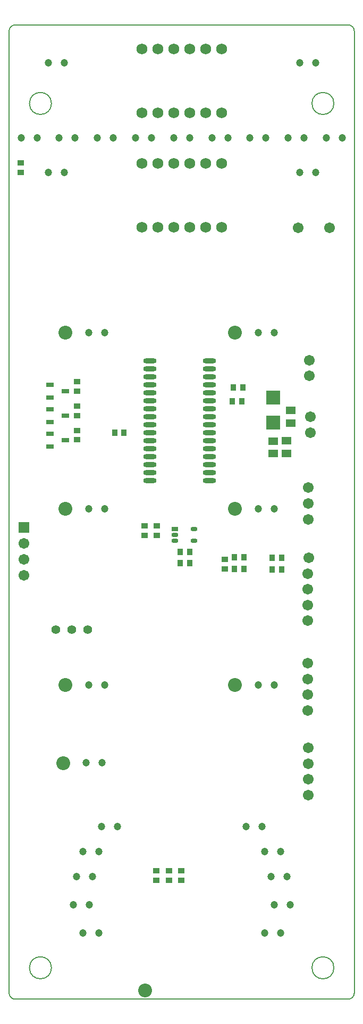
<source format=gts>
%FSLAX25Y25*%
%MOIN*%
G70*
G01*
G75*
G04 Layer_Color=8388736*
%ADD10R,0.07874X0.07874*%
%ADD11R,0.02756X0.03347*%
%ADD12R,0.03347X0.02756*%
%ADD13R,0.03937X0.02362*%
%ADD14O,0.07480X0.02362*%
%ADD15O,0.03543X0.01969*%
%ADD16O,0.03543X0.01969*%
%ADD17R,0.03543X0.01969*%
%ADD18R,0.05118X0.03937*%
%ADD19C,0.04000*%
%ADD20C,0.01200*%
%ADD21C,0.01000*%
%ADD22C,0.01500*%
%ADD23C,0.03000*%
%ADD24C,0.02000*%
%ADD25C,0.05000*%
%ADD26C,0.00800*%
%ADD27C,0.00500*%
%ADD28C,0.07874*%
%ADD29C,0.03937*%
%ADD30C,0.05906*%
%ADD31C,0.06000*%
%ADD32C,0.04724*%
%ADD33R,0.05906X0.05906*%
%ADD34C,0.03000*%
%ADD35C,0.02000*%
%ADD36C,0.04000*%
%ADD37O,0.06693X0.02165*%
%ADD38O,0.02165X0.06693*%
%ADD39R,0.03000X0.06000*%
%ADD40R,0.03937X0.05118*%
%ADD41C,0.00984*%
%ADD42C,0.02362*%
%ADD43C,0.00787*%
%ADD44C,0.00500*%
%ADD45R,0.08674X0.08674*%
%ADD46R,0.03556X0.04147*%
%ADD47R,0.04147X0.03556*%
%ADD48R,0.04737X0.03162*%
%ADD49O,0.08280X0.03162*%
%ADD50O,0.04343X0.02769*%
%ADD51O,0.04343X0.02769*%
%ADD52R,0.04343X0.02769*%
%ADD53R,0.05918X0.04737*%
%ADD54C,0.08674*%
%ADD55C,0.04737*%
%ADD56C,0.06706*%
%ADD57C,0.06800*%
%ADD58C,0.05524*%
%ADD59R,0.06706X0.06706*%
D27*
X212598Y-610236D02*
G03*
X216535Y-606299I0J3937D01*
G01*
X0D02*
G03*
X3937Y-610236I3937J0D01*
G01*
X216535Y-3937D02*
G03*
X212598Y0I-3937J0D01*
G01*
X3937D02*
G03*
X0Y-3937I0J-3937D01*
G01*
X203740Y-590551D02*
G03*
X203740Y-590551I-6890J0D01*
G01*
X26575D02*
G03*
X26575Y-590551I-6890J0D01*
G01*
X203740Y-49213D02*
G03*
X203740Y-49213I-6890J0D01*
G01*
X26575D02*
G03*
X26575Y-49213I-6890J0D01*
G01*
X3937Y0D02*
X212500D01*
X0Y-606299D02*
Y-3937D01*
X216535Y-606265D02*
Y-4035D01*
X3937Y-610236D02*
X212564D01*
D45*
X165600Y-233400D02*
D03*
Y-249148D02*
D03*
D46*
X146006Y-235600D02*
D03*
X140100D02*
D03*
X141400Y-340835D02*
D03*
X147306D02*
D03*
X147300Y-333300D02*
D03*
X141394D02*
D03*
X165100Y-341000D02*
D03*
X171006D02*
D03*
X171000Y-333800D02*
D03*
X165094D02*
D03*
X146506Y-227100D02*
D03*
X140600D02*
D03*
X66194Y-255500D02*
D03*
X72100D02*
D03*
X113206Y-330200D02*
D03*
X107300D02*
D03*
X107294Y-337000D02*
D03*
X113200D02*
D03*
D47*
X42800Y-238750D02*
D03*
Y-244656D02*
D03*
X7200Y-92400D02*
D03*
Y-86494D02*
D03*
X42800Y-254000D02*
D03*
Y-259906D02*
D03*
X135400Y-334894D02*
D03*
Y-340800D02*
D03*
X92400Y-535806D02*
D03*
Y-529900D02*
D03*
X100400Y-535806D02*
D03*
Y-529900D02*
D03*
X108100Y-535806D02*
D03*
Y-529900D02*
D03*
X92500Y-313794D02*
D03*
Y-319700D02*
D03*
X84900Y-319706D02*
D03*
Y-313800D02*
D03*
X42800Y-223500D02*
D03*
Y-229406D02*
D03*
D48*
X25532Y-233265D02*
D03*
X35374Y-229328D02*
D03*
X25532Y-225391D02*
D03*
Y-248620D02*
D03*
X35374Y-244683D02*
D03*
X25532Y-240746D02*
D03*
Y-263974D02*
D03*
X35374Y-260037D02*
D03*
X25532Y-256100D02*
D03*
D49*
X88201Y-210500D02*
D03*
Y-215500D02*
D03*
Y-220500D02*
D03*
Y-225500D02*
D03*
Y-230500D02*
D03*
Y-235500D02*
D03*
Y-240500D02*
D03*
Y-245500D02*
D03*
Y-250500D02*
D03*
Y-255500D02*
D03*
Y-260500D02*
D03*
Y-265500D02*
D03*
Y-270500D02*
D03*
Y-275500D02*
D03*
Y-280500D02*
D03*
Y-285500D02*
D03*
X125799Y-210500D02*
D03*
Y-215500D02*
D03*
Y-220500D02*
D03*
Y-225500D02*
D03*
Y-230500D02*
D03*
Y-235500D02*
D03*
Y-240500D02*
D03*
Y-245500D02*
D03*
Y-250500D02*
D03*
Y-255500D02*
D03*
Y-260500D02*
D03*
Y-265500D02*
D03*
Y-270500D02*
D03*
Y-275500D02*
D03*
Y-280500D02*
D03*
Y-285500D02*
D03*
D50*
X104100Y-323180D02*
D03*
Y-319440D02*
D03*
X115911Y-323180D02*
D03*
D51*
Y-315700D02*
D03*
D52*
X104100D02*
D03*
D53*
X176800Y-241426D02*
D03*
Y-249300D02*
D03*
X165500Y-268474D02*
D03*
Y-260600D02*
D03*
X174100Y-268374D02*
D03*
Y-260500D02*
D03*
D54*
X141732Y-303150D02*
D03*
Y-413386D02*
D03*
X33915Y-462400D02*
D03*
X35433Y-413386D02*
D03*
Y-303150D02*
D03*
Y-192913D02*
D03*
X141732D02*
D03*
X85300Y-604800D02*
D03*
D55*
X166417Y-303150D02*
D03*
X156417D02*
D03*
X58200Y-462000D02*
D03*
X48200D02*
D03*
X60118Y-413386D02*
D03*
X50118D02*
D03*
X60118Y-303150D02*
D03*
X50118D02*
D03*
X60118Y-192913D02*
D03*
X50118D02*
D03*
X166417D02*
D03*
X156417D02*
D03*
X192283Y-92520D02*
D03*
X182283D02*
D03*
X192283Y-23622D02*
D03*
X182283D02*
D03*
X34528D02*
D03*
X24528D02*
D03*
X34528Y-92520D02*
D03*
X24528D02*
D03*
X166417Y-413386D02*
D03*
X156417D02*
D03*
X174291Y-533500D02*
D03*
X164291D02*
D03*
X170354Y-517717D02*
D03*
X160354D02*
D03*
X158543Y-501968D02*
D03*
X148543D02*
D03*
X46181Y-568898D02*
D03*
X56181D02*
D03*
X40276Y-551181D02*
D03*
X50276D02*
D03*
X42244Y-533465D02*
D03*
X52244D02*
D03*
X46181Y-517717D02*
D03*
X56181D02*
D03*
X57992Y-501968D02*
D03*
X67992D02*
D03*
X176260Y-551181D02*
D03*
X166260D02*
D03*
X170354Y-568898D02*
D03*
X160354D02*
D03*
X31457Y-70866D02*
D03*
X41457D02*
D03*
X151142Y-70866D02*
D03*
X161142D02*
D03*
X55394Y-70866D02*
D03*
X65394D02*
D03*
X175079Y-70866D02*
D03*
X185079D02*
D03*
X199016Y-70803D02*
D03*
X209016D02*
D03*
X127205Y-70866D02*
D03*
X137205D02*
D03*
X103268D02*
D03*
X113268D02*
D03*
X79331D02*
D03*
X89331D02*
D03*
X7520Y-70866D02*
D03*
X17520D02*
D03*
D56*
X181300Y-127200D02*
D03*
X200985D02*
D03*
X187400Y-343672D02*
D03*
Y-363357D02*
D03*
Y-373200D02*
D03*
Y-353515D02*
D03*
X187900Y-333830D02*
D03*
X187400Y-399772D02*
D03*
Y-419457D02*
D03*
Y-429300D02*
D03*
Y-409615D02*
D03*
X187500Y-452772D02*
D03*
Y-472457D02*
D03*
Y-482300D02*
D03*
Y-462615D02*
D03*
X187600Y-289915D02*
D03*
Y-309600D02*
D03*
Y-299757D02*
D03*
X188900Y-255400D02*
D03*
Y-245557D02*
D03*
X188200Y-219800D02*
D03*
Y-209957D02*
D03*
X9400Y-324600D02*
D03*
Y-334600D02*
D03*
Y-344600D02*
D03*
D57*
X83268Y-126700D02*
D03*
X93268D02*
D03*
X103268D02*
D03*
X113268D02*
D03*
X123268D02*
D03*
X133268D02*
D03*
Y-86700D02*
D03*
X123268D02*
D03*
X113268D02*
D03*
X103268D02*
D03*
X93268D02*
D03*
X83268D02*
D03*
X83300Y-15100D02*
D03*
X93300D02*
D03*
X103300D02*
D03*
X113300D02*
D03*
X123300D02*
D03*
X133300D02*
D03*
Y-55100D02*
D03*
X123300D02*
D03*
X113300D02*
D03*
X103300D02*
D03*
X93300D02*
D03*
X83300D02*
D03*
D58*
X29400Y-378700D02*
D03*
X39400D02*
D03*
X49400D02*
D03*
D59*
X9400Y-314600D02*
D03*
M02*

</source>
